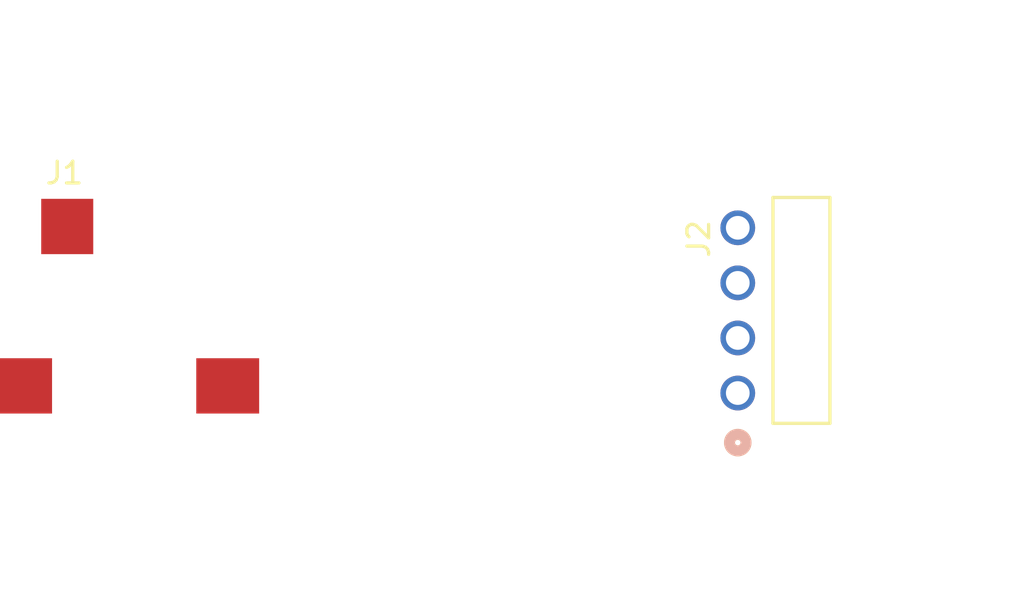
<source format=kicad_pcb>
(kicad_pcb (version 20240108) (generator "pcbnew") (generator_version "8.0")
  (layers (0 "F.Cu" signal) (31 "B.Cu" signal) (34 "B.Paste" user) (35 "F.Paste" user) (36 "B.SilkS" user "B.Silkscreen") (37 "F.SilkS" user "F.Silkscreen") (38 "B.Mask" user) (39 "F.Mask" user) (44 "Edge.Cuts" user))
  (net 0 "")
  (footprint "MiniJack2Jumper:35RASMT2BHNTRX" (layer "F.Cu") (at 115.04 95.945)
    (property "Reference" "J1" (at -2.827075 -6.139495 0) (layer "F.SilkS") (effects (font (size 1.000732 1.000732))))
    (property "Value" "35RASMT2BHNTRX")
    (pad "" np_thru_hole circle (at -3.5 0) (size 1.6 1.6) (drill 1.6) (layers "*.Cu" "*.Mask"))
    (pad "" np_thru_hole circle (at 3.5 0) (size 1.6 1.6) (drill 1.6) (layers "*.Cu" "*.Mask"))
    (pad "1" smd rect (at -2.7 -3.675) (size 2.4 2.55) (layers "F.Cu" "F.Paste" "F.Mask"))
    (pad "4" smd rect (at 4.7 3.675) (size 2.9 2.55) (layers "F.Cu" "F.Paste" "F.Mask"))
    (pad "5" smd rect (at -4.6 3.675) (size 2.4 2.55) (layers "F.Cu" "F.Paste" "F.Mask"))
  )
  (footprint "MiniJack2Jumper:CONN04_901210124_MOL" (layer "F.Cu") (at 143.26 99.95 90)
    (property "Reference" "J2" (at 7.11 -1.8 90) (layer "F.SilkS"))
    (property "Value" "901210124")
    (fp_circle (center -2.286 0) (end -1.905 0) (stroke (width 0.508)) (fill none) (layer "B.SilkS"))
    (fp_line (start 9.017 1.62306) (end -1.397 1.62306) (stroke (width 0.1524)) (layer "F.SilkS"))
    (fp_line (start -1.397 1.62306) (end -1.397 4.25) (stroke (width 0.1524)) (layer "F.SilkS"))
    (fp_line (start 9.017 4.25) (end 9.017 1.62306) (stroke (width 0.1524)) (layer "F.SilkS"))
    (fp_line (start -1.397 4.25) (end 9.017 4.25) (stroke (width 0.1524)) (layer "F.SilkS"))
    (fp_circle (center -2.286 0) (end -1.905 0) (stroke (width 0.508)) (fill none) (layer "F.SilkS"))
    (pad "1" thru_hole circle (at 0 0 90) (size 1.6002 1.6002) (drill 1.0922) (layers "*.Cu" "*.Mask"))
    (pad "2" thru_hole circle (at 2.54 0 90) (size 1.6002 1.6002) (drill 1.0922) (layers "*.Cu" "*.Mask"))
    (pad "3" thru_hole circle (at 5.08 0 90) (size 1.6002 1.6002) (drill 1.0922) (layers "*.Cu" "*.Mask"))
    (pad "4" thru_hole circle (at 7.62 0 90) (size 1.6002 1.6002) (drill 1.0922) (layers "*.Cu" "*.Mask"))
  )
)
</source>
